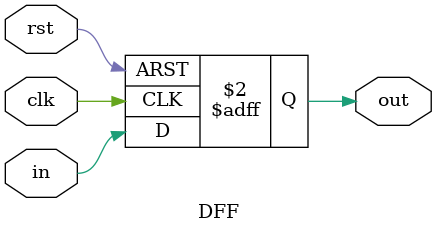
<source format=v>
module Display (clk,rst,digit4,digit3,digit2,digit1,SevensegOut, VCC_select);  // tested
		input clk, rst;
		input [3:0]   digit4,digit3,digit2,digit1;
		output [6:0] SevensegOut;
		output [3:0] VCC_select;
		
		wire  [3:0]seven_select;


		wire freq400;
		wire [3:0]Seven_in;  //  output of display_4bit   , input of seven_seg_decoder

		frequency400  freqfor400 (clk, rst,freq400);


		display_4bit display(freq400, rst , digit1, digit2, digit3, digit4, Seven_in, seven_select);

		seven_seg_decoder seven_dec(Seven_in, SevensegOut);

		assign VCC_select = seven_select;      // common cathode by default
		//assign VCC_select = seven_select ^ 4'b1111; // common anode

endmodule

//    Common Cathode Seven Seg Decoder // OK!!
`define SS_0  7'b1111110
`define SS_1  7'b0110000
`define SS_2  7'b1101101
`define SS_3  7'b1111001
`define SS_4  7'b0110011
`define SS_5  7'b1011011
`define SS_6  7'b1011111
`define SS_7  7'b1110000
`define SS_8  7'b1111111
`define SS_9  7'b1111011


module seven_seg_decoder(bin,out);
		input [3:0] bin;
		output [6:0] out;
		reg [6:0] segs;
		
		always@(*) begin
				casez(bin)
						0: segs = `SS_0; 
						1: segs = `SS_1;
						2: segs = `SS_2;
						3: segs = `SS_3;
						4: segs = `SS_4;
						5: segs = `SS_5;
						6: segs = `SS_6;
						7: segs = `SS_7;
						8: segs = `SS_8;
						9: segs = `SS_9;
				default: segs = 7'b0;
				endcase
		end

		//assign out = segs;             // common cathode by default
		assign out = segs ^ 7'b1111_111; // common anode
endmodule


module frequency400(clk,rst ,out); // ok!!
		input clk,rst ;
		output out;
		reg [20:0] next, count;
			
		reg out1;
			

		always@(posedge clk or posedge rst )
		begin
				if(rst)count <= 19'b0;
				else count <= next;
		end

		always@(posedge clk)begin
				

				if(count < 156250 )begin
				out1 = 1'b0;
				next = count +1;
				end

				else if (count < 312500)begin
				out1 = 1'b1; 
				next = count +1;
				end

				else 
				next = 19'b0;
		end
		assign out = rst ? 1'b0: out1;
endmodule





module display_4bit (clk_for_display,rst, in1, in2, in3, in4, out , seven_select );//  Nedd Checking !!!!
		input [3:0] in1, in2, in3, in4;
		input clk_for_display,rst;
		output [3:0]seven_select;//  select one of the four sevenseg
		output [3:0] out;
		
		wire [1:0] count;

		reg [3:0] seven_select;
		reg [3:0] out;

		Counter_default4 counter(clk_for_display,rst,count );

		always@(count)
		begin
				case(count)
					2'd0: {out,seven_select} = {in1, 4'b1110 }; 
				    2'd1: {out,seven_select} = {in2, 4'b1101 };
					2'd2: {out,seven_select} = {in3, 4'b1011 };
					2'd3: {out,seven_select} = {in4, 4'b0111 };
				endcase
		end


endmodule


module Counter_default4(clk,rst,count);//   OK!!!!
		parameter n =2;
		input rst, clk;
		output [n-1:0] count;

		wire [n-1:0] next =   rst ? 0: count+1;// this is the operation for calculate next
		DFF #(n) counter(clk, rst , next, count);//  store the next into DFF for each posedge clk
endmodule



module DFF (clk,rst ,in, out);
		parameter n=1;
		input clk,rst;
		input [n-1:0] in;
		output [n-1:0]out;

		reg [n-1:0] out;
		//   reset

		

		always@( posedge clk or posedge rst )
		begin
				if(rst) out <= {n{1'b0}};
				else  out <= in;
		end

endmodule



</source>
